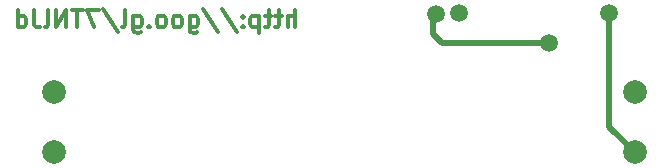
<source format=gbl>
%TF.GenerationSoftware,KiCad,Pcbnew,(2015-04-23 BZR 5622)-product*%
%TF.CreationDate,2015-05-03T12:13:25+02:00*%
%TF.JobID,KIS-3R33S_breakout,4B49532D33523333535F627265616B6F,0.12.a*%
%TF.FileFunction,Copper,L2,Bot,Signal*%
%FSLAX46Y46*%
G04 Gerber Fmt 4.6, Leading zero omitted, Abs format (unit mm)*
G04 Created by KiCad (PCBNEW (2015-04-23 BZR 5622)-product) date Sun 03 May 2015 12:13:25 PM CEST*
%MOMM*%
G01*
G04 APERTURE LIST*
%ADD10C,0.100000*%
%ADD11C,0.300000*%
%ADD12C,2.000000*%
%ADD13C,1.500000*%
%ADD14C,0.500000*%
G04 APERTURE END LIST*
D10*
D11*
X152950001Y-91978571D02*
X152950001Y-90478571D01*
X152307144Y-91978571D02*
X152307144Y-91192857D01*
X152378573Y-91050000D01*
X152521430Y-90978571D01*
X152735715Y-90978571D01*
X152878573Y-91050000D01*
X152950001Y-91121429D01*
X151807144Y-90978571D02*
X151235715Y-90978571D01*
X151592858Y-90478571D02*
X151592858Y-91764286D01*
X151521430Y-91907143D01*
X151378572Y-91978571D01*
X151235715Y-91978571D01*
X150950001Y-90978571D02*
X150378572Y-90978571D01*
X150735715Y-90478571D02*
X150735715Y-91764286D01*
X150664287Y-91907143D01*
X150521429Y-91978571D01*
X150378572Y-91978571D01*
X149878572Y-90978571D02*
X149878572Y-92478571D01*
X149878572Y-91050000D02*
X149735715Y-90978571D01*
X149450001Y-90978571D01*
X149307144Y-91050000D01*
X149235715Y-91121429D01*
X149164286Y-91264286D01*
X149164286Y-91692857D01*
X149235715Y-91835714D01*
X149307144Y-91907143D01*
X149450001Y-91978571D01*
X149735715Y-91978571D01*
X149878572Y-91907143D01*
X148521429Y-91835714D02*
X148450001Y-91907143D01*
X148521429Y-91978571D01*
X148592858Y-91907143D01*
X148521429Y-91835714D01*
X148521429Y-91978571D01*
X148521429Y-91050000D02*
X148450001Y-91121429D01*
X148521429Y-91192857D01*
X148592858Y-91121429D01*
X148521429Y-91050000D01*
X148521429Y-91192857D01*
X146735715Y-90407143D02*
X148021429Y-92335714D01*
X145164286Y-90407143D02*
X146450000Y-92335714D01*
X144021428Y-90978571D02*
X144021428Y-92192857D01*
X144092857Y-92335714D01*
X144164285Y-92407143D01*
X144307142Y-92478571D01*
X144521428Y-92478571D01*
X144664285Y-92407143D01*
X144021428Y-91907143D02*
X144164285Y-91978571D01*
X144449999Y-91978571D01*
X144592857Y-91907143D01*
X144664285Y-91835714D01*
X144735714Y-91692857D01*
X144735714Y-91264286D01*
X144664285Y-91121429D01*
X144592857Y-91050000D01*
X144449999Y-90978571D01*
X144164285Y-90978571D01*
X144021428Y-91050000D01*
X143092856Y-91978571D02*
X143235714Y-91907143D01*
X143307142Y-91835714D01*
X143378571Y-91692857D01*
X143378571Y-91264286D01*
X143307142Y-91121429D01*
X143235714Y-91050000D01*
X143092856Y-90978571D01*
X142878571Y-90978571D01*
X142735714Y-91050000D01*
X142664285Y-91121429D01*
X142592856Y-91264286D01*
X142592856Y-91692857D01*
X142664285Y-91835714D01*
X142735714Y-91907143D01*
X142878571Y-91978571D01*
X143092856Y-91978571D01*
X141735713Y-91978571D02*
X141878571Y-91907143D01*
X141949999Y-91835714D01*
X142021428Y-91692857D01*
X142021428Y-91264286D01*
X141949999Y-91121429D01*
X141878571Y-91050000D01*
X141735713Y-90978571D01*
X141521428Y-90978571D01*
X141378571Y-91050000D01*
X141307142Y-91121429D01*
X141235713Y-91264286D01*
X141235713Y-91692857D01*
X141307142Y-91835714D01*
X141378571Y-91907143D01*
X141521428Y-91978571D01*
X141735713Y-91978571D01*
X140592856Y-91835714D02*
X140521428Y-91907143D01*
X140592856Y-91978571D01*
X140664285Y-91907143D01*
X140592856Y-91835714D01*
X140592856Y-91978571D01*
X139235713Y-90978571D02*
X139235713Y-92192857D01*
X139307142Y-92335714D01*
X139378570Y-92407143D01*
X139521427Y-92478571D01*
X139735713Y-92478571D01*
X139878570Y-92407143D01*
X139235713Y-91907143D02*
X139378570Y-91978571D01*
X139664284Y-91978571D01*
X139807142Y-91907143D01*
X139878570Y-91835714D01*
X139949999Y-91692857D01*
X139949999Y-91264286D01*
X139878570Y-91121429D01*
X139807142Y-91050000D01*
X139664284Y-90978571D01*
X139378570Y-90978571D01*
X139235713Y-91050000D01*
X138307141Y-91978571D02*
X138449999Y-91907143D01*
X138521427Y-91764286D01*
X138521427Y-90478571D01*
X136664285Y-90407143D02*
X137949999Y-92335714D01*
X136307141Y-90478571D02*
X135307141Y-90478571D01*
X135949998Y-91978571D01*
X134949999Y-90478571D02*
X134092856Y-90478571D01*
X134521427Y-91978571D02*
X134521427Y-90478571D01*
X133592856Y-91978571D02*
X133592856Y-90478571D01*
X132735713Y-91978571D01*
X132735713Y-90478571D01*
X131807141Y-91978571D02*
X131949999Y-91907143D01*
X132021427Y-91764286D01*
X132021427Y-90478571D01*
X130807142Y-90478571D02*
X130807142Y-91550000D01*
X130878570Y-91764286D01*
X131021427Y-91907143D01*
X131235713Y-91978571D01*
X131378570Y-91978571D01*
X129449999Y-91978571D02*
X129449999Y-90478571D01*
X129449999Y-91907143D02*
X129592856Y-91978571D01*
X129878570Y-91978571D01*
X130021428Y-91907143D01*
X130092856Y-91835714D01*
X130164285Y-91692857D01*
X130164285Y-91264286D01*
X130092856Y-91121429D01*
X130021428Y-91050000D01*
X129878570Y-90978571D01*
X129592856Y-90978571D01*
X129449999Y-91050000D01*
D12*
X181700000Y-97460000D03*
X181700000Y-102540000D03*
X132550000Y-102540000D03*
X132550000Y-97460000D03*
D13*
X166850000Y-90730000D03*
X174470000Y-93270000D03*
X179550000Y-90730000D03*
X164900000Y-90800000D03*
D14*
X179550000Y-100390000D02*
X181700000Y-102540000D01*
X179550000Y-90730000D02*
X179550000Y-100390000D01*
X174470000Y-93270000D02*
X165370000Y-93270000D01*
X165370000Y-93270000D02*
X164600000Y-92500000D01*
X164600000Y-92500000D02*
X164600000Y-91100000D01*
X164600000Y-91100000D02*
X164900000Y-90800000D01*
M02*

</source>
